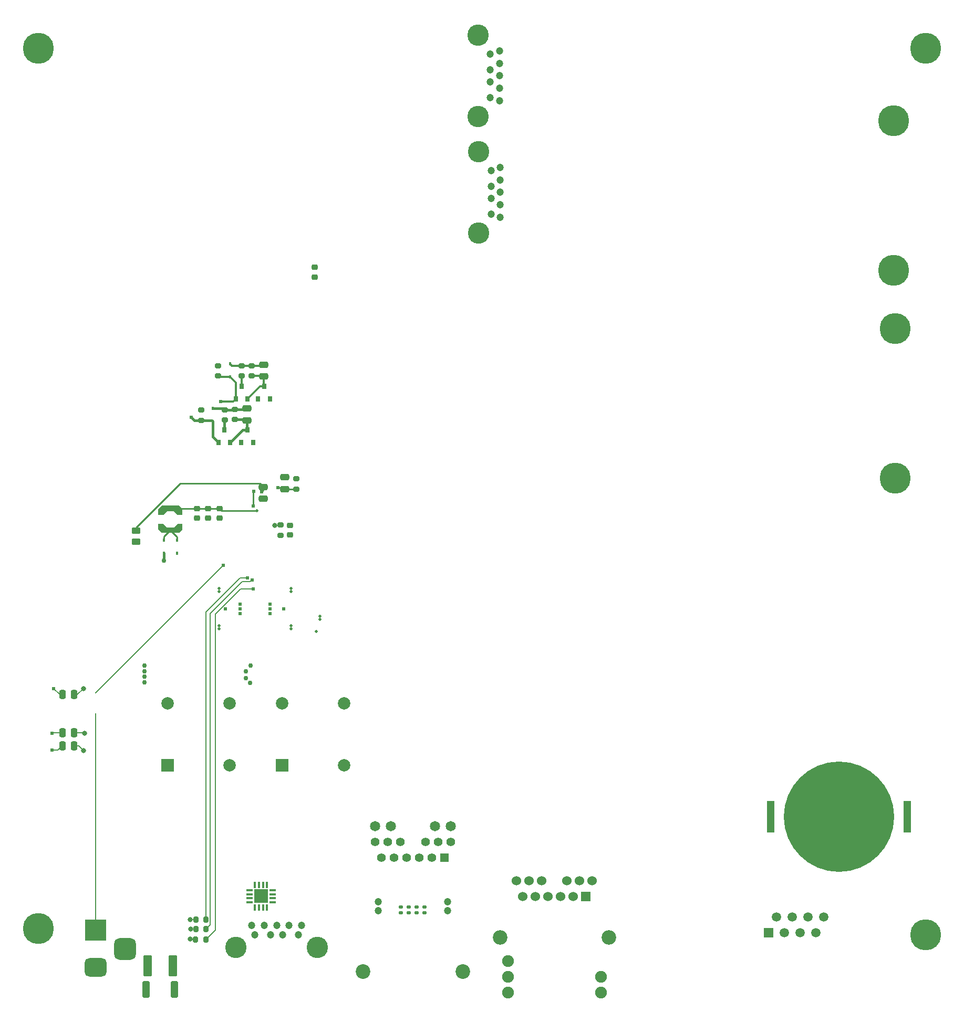
<source format=gbr>
%TF.GenerationSoftware,KiCad,Pcbnew,5.99.0-unknown-4b436fa57~104~ubuntu20.04.1*%
%TF.CreationDate,2020-10-20T16:16:34-05:00*%
%TF.ProjectId,AP2100,41503231-3030-42e6-9b69-6361645f7063,rev?*%
%TF.SameCoordinates,Original*%
%TF.FileFunction,Copper,L6,Bot*%
%TF.FilePolarity,Positive*%
%FSLAX46Y46*%
G04 Gerber Fmt 4.6, Leading zero omitted, Abs format (unit mm)*
G04 Created by KiCad (PCBNEW 5.99.0-unknown-4b436fa57~104~ubuntu20.04.1) date 2020-10-20 16:16:34*
%MOMM*%
%LPD*%
G01*
G04 APERTURE LIST*
G04 Aperture macros list*
%AMRoundRect*
0 Rectangle with rounded corners*
0 $1 Rounding radius*
0 $2 $3 $4 $5 $6 $7 $8 $9 X,Y pos of 4 corners*
0 Add a 4 corners polygon primitive as box body*
4,1,4,$2,$3,$4,$5,$6,$7,$8,$9,$2,$3,0*
0 Add four circle primitives for the rounded corners*
1,1,$1+$1,$2,$3,0*
1,1,$1+$1,$4,$5,0*
1,1,$1+$1,$6,$7,0*
1,1,$1+$1,$8,$9,0*
0 Add four rect primitives between the rounded corners*
20,1,$1+$1,$2,$3,$4,$5,0*
20,1,$1+$1,$4,$5,$6,$7,0*
20,1,$1+$1,$6,$7,$8,$9,0*
20,1,$1+$1,$8,$9,$2,$3,0*%
G04 Aperture macros list end*
%TA.AperFunction,ComponentPad*%
%ADD10C,1.200000*%
%TD*%
%TA.AperFunction,ComponentPad*%
%ADD11C,3.450000*%
%TD*%
%TA.AperFunction,ComponentPad*%
%ADD12C,2.900000*%
%TD*%
%TA.AperFunction,ConnectorPad*%
%ADD13C,5.000000*%
%TD*%
%TA.AperFunction,WasherPad*%
%ADD14C,5.000000*%
%TD*%
%TA.AperFunction,ComponentPad*%
%ADD15R,2.000000X2.000000*%
%TD*%
%TA.AperFunction,ComponentPad*%
%ADD16C,2.000000*%
%TD*%
%TA.AperFunction,ComponentPad*%
%ADD17R,1.530000X1.530000*%
%TD*%
%TA.AperFunction,ComponentPad*%
%ADD18C,1.530000*%
%TD*%
%TA.AperFunction,ComponentPad*%
%ADD19C,1.905000*%
%TD*%
%TA.AperFunction,ComponentPad*%
%ADD20C,2.355000*%
%TD*%
%TA.AperFunction,ComponentPad*%
%ADD21R,3.500000X3.500000*%
%TD*%
%TA.AperFunction,ComponentPad*%
%ADD22RoundRect,0.750000X1.000000X-0.750000X1.000000X0.750000X-1.000000X0.750000X-1.000000X-0.750000X0*%
%TD*%
%TA.AperFunction,ComponentPad*%
%ADD23RoundRect,0.875000X0.875000X-0.875000X0.875000X0.875000X-0.875000X0.875000X-0.875000X-0.875000X0*%
%TD*%
%TA.AperFunction,ComponentPad*%
%ADD24R,1.398000X1.398000*%
%TD*%
%TA.AperFunction,ComponentPad*%
%ADD25C,1.398000*%
%TD*%
%TA.AperFunction,ComponentPad*%
%ADD26C,1.650000*%
%TD*%
%TA.AperFunction,ComponentPad*%
%ADD27C,2.362500*%
%TD*%
%TA.AperFunction,ComponentPad*%
%ADD28R,1.500000X1.500000*%
%TD*%
%TA.AperFunction,ComponentPad*%
%ADD29C,1.500000*%
%TD*%
%TA.AperFunction,SMDPad,CuDef*%
%ADD30RoundRect,0.200000X-0.275000X0.200000X-0.275000X-0.200000X0.275000X-0.200000X0.275000X0.200000X0*%
%TD*%
%TA.AperFunction,SMDPad,CuDef*%
%ADD31RoundRect,0.140000X-0.170000X0.140000X-0.170000X-0.140000X0.170000X-0.140000X0.170000X0.140000X0*%
%TD*%
%TA.AperFunction,SMDPad,CuDef*%
%ADD32R,0.800000X0.900000*%
%TD*%
%TA.AperFunction,SMDPad,CuDef*%
%ADD33RoundRect,0.250000X-0.475000X0.250000X-0.475000X-0.250000X0.475000X-0.250000X0.475000X0.250000X0*%
%TD*%
%TA.AperFunction,SMDPad,CuDef*%
%ADD34RoundRect,0.249999X0.450001X1.450001X-0.450001X1.450001X-0.450001X-1.450001X0.450001X-1.450001X0*%
%TD*%
%TA.AperFunction,SMDPad,CuDef*%
%ADD35RoundRect,0.225000X-0.250000X0.225000X-0.250000X-0.225000X0.250000X-0.225000X0.250000X0.225000X0*%
%TD*%
%TA.AperFunction,SMDPad,CuDef*%
%ADD36RoundRect,0.200000X0.200000X0.275000X-0.200000X0.275000X-0.200000X-0.275000X0.200000X-0.275000X0*%
%TD*%
%TA.AperFunction,SMDPad,CuDef*%
%ADD37RoundRect,0.225000X0.250000X-0.225000X0.250000X0.225000X-0.250000X0.225000X-0.250000X-0.225000X0*%
%TD*%
%TA.AperFunction,SMDPad,CuDef*%
%ADD38R,0.450000X0.600000*%
%TD*%
%TA.AperFunction,SMDPad,CuDef*%
%ADD39RoundRect,0.250000X-0.250000X-0.475000X0.250000X-0.475000X0.250000X0.475000X-0.250000X0.475000X0*%
%TD*%
%TA.AperFunction,SMDPad,CuDef*%
%ADD40R,1.270000X5.080000*%
%TD*%
%TA.AperFunction,SMDPad,CuDef*%
%ADD41C,17.800000*%
%TD*%
%TA.AperFunction,SMDPad,CuDef*%
%ADD42RoundRect,0.250000X-0.450000X0.262500X-0.450000X-0.262500X0.450000X-0.262500X0.450000X0.262500X0*%
%TD*%
%TA.AperFunction,SMDPad,CuDef*%
%ADD43RoundRect,0.250000X-0.362500X-1.075000X0.362500X-1.075000X0.362500X1.075000X-0.362500X1.075000X0*%
%TD*%
%TA.AperFunction,SMDPad,CuDef*%
%ADD44RoundRect,0.250000X0.475000X-0.250000X0.475000X0.250000X-0.475000X0.250000X-0.475000X-0.250000X0*%
%TD*%
%TA.AperFunction,SMDPad,CuDef*%
%ADD45R,1.000000X0.350000*%
%TD*%
%TA.AperFunction,SMDPad,CuDef*%
%ADD46R,0.350000X1.000000*%
%TD*%
%TA.AperFunction,SMDPad,CuDef*%
%ADD47R,2.250000X2.250000*%
%TD*%
%TA.AperFunction,ViaPad*%
%ADD48C,0.482600*%
%TD*%
%TA.AperFunction,ViaPad*%
%ADD49C,0.609600*%
%TD*%
%TA.AperFunction,ViaPad*%
%ADD50C,0.762000*%
%TD*%
%TA.AperFunction,ViaPad*%
%ADD51C,0.800000*%
%TD*%
%TA.AperFunction,Conductor*%
%ADD52C,0.304800*%
%TD*%
%TA.AperFunction,Conductor*%
%ADD53C,0.254000*%
%TD*%
%TA.AperFunction,Conductor*%
%ADD54C,0.457200*%
%TD*%
%TA.AperFunction,Conductor*%
%ADD55C,0.203200*%
%TD*%
%TA.AperFunction,Conductor*%
%ADD56C,0.152400*%
%TD*%
G04 APERTURE END LIST*
D10*
%TO.P,J9,1,VBUS*%
%TO.N,Net-(FL3-Pad3)*%
X38379400Y-149021800D03*
%TO.P,J9,2,D-*%
%TO.N,/USB/USB2_DP*%
X40879400Y-149021800D03*
%TO.P,J9,3,D+*%
%TO.N,/USB/USB2_DM*%
X42879400Y-149021800D03*
%TO.P,J9,4,GND*%
%TO.N,GND*%
X45379400Y-149021800D03*
%TO.P,J9,5,SSRX-*%
%TO.N,/USB/USB2_RXDM*%
X45879400Y-147521800D03*
%TO.P,J9,6,SSRX+*%
%TO.N,/USB/USB2_RXDP*%
X43879400Y-147521800D03*
%TO.P,J9,7,GND*%
%TO.N,GND*%
X41879400Y-147521800D03*
%TO.P,J9,8,SSTX-*%
%TO.N,/USB/USB2_TXDM*%
X39879400Y-147521800D03*
%TO.P,J9,9,SSTX+*%
%TO.N,/USB/USB2_TXDP*%
X37879400Y-147521800D03*
D11*
%TO.P,J9,MH1,MH1*%
%TO.N,GND*%
X35309400Y-151021800D03*
%TO.P,J9,MH2,MH2*%
X48449400Y-151021800D03*
%TD*%
D12*
%TO.P,H3,1,1*%
%TO.N,GND*%
X3500000Y-148000000D03*
D13*
X3500000Y-148000000D03*
%TD*%
%TO.P,H1,1,1*%
%TO.N,GND*%
X3500000Y-6000000D03*
D12*
X3500000Y-6000000D03*
%TD*%
%TO.P,H4,1,1*%
%TO.N,GND*%
X146500000Y-149000000D03*
D13*
X146500000Y-149000000D03*
%TD*%
D14*
%TO.P,J6,*%
%TO.N,*%
X141598200Y-75396800D03*
X141598200Y-51196800D03*
%TD*%
D15*
%TO.P,T1,1,1*%
%TO.N,Net-(C79-Pad1)*%
X24281185Y-121689396D03*
D16*
%TO.P,T1,2,2*%
%TO.N,Net-(C78-Pad1)*%
X24281185Y-111689396D03*
%TO.P,T1,3,3*%
%TO.N,Net-(C79-Pad2)*%
X34281185Y-121689396D03*
%TO.P,T1,4,4*%
%TO.N,Net-(C78-Pad2)*%
X34281185Y-111689396D03*
%TD*%
D17*
%TO.P,J7,1,TRCT3*%
%TO.N,Net-(C385-Pad2)*%
X91744800Y-142875000D03*
D18*
%TO.P,J7,2,TRD3-*%
%TO.N,Net-(IC9-Pad8)*%
X89712800Y-142875000D03*
%TO.P,J7,3,TRD3+*%
%TO.N,Net-(IC9-Pad7)*%
X87680800Y-142875000D03*
%TO.P,J7,4,TRD2+*%
%TO.N,Net-(IC9-Pad5)*%
X85648800Y-142875000D03*
%TO.P,J7,5,TRD2-*%
%TO.N,Net-(IC9-Pad6)*%
X83616800Y-142875000D03*
%TO.P,J7,6,TRCT2*%
%TO.N,Net-(C384-Pad2)*%
X81584800Y-142875000D03*
%TO.P,J7,7,TRCT4*%
%TO.N,Net-(C386-Pad2)*%
X92760800Y-140335000D03*
%TO.P,J7,8,TRD4+*%
%TO.N,Net-(IC9-Pad10)*%
X90728800Y-140335000D03*
%TO.P,J7,9,TRD4-*%
%TO.N,Net-(IC9-Pad11)*%
X88696800Y-140335000D03*
%TO.P,J7,10,TRD1-*%
%TO.N,Net-(IC9-Pad3)*%
X84632800Y-140335000D03*
%TO.P,J7,11,TRD1+*%
%TO.N,Net-(IC9-Pad2)*%
X82600800Y-140335000D03*
%TO.P,J7,12,TRCT1*%
%TO.N,Net-(C383-Pad2)*%
X80568800Y-140335000D03*
D19*
%TO.P,J7,13*%
%TO.N,Net-(J7-Pad13)*%
X94183200Y-155829000D03*
%TO.P,J7,14*%
%TO.N,/3V3*%
X94183200Y-158369000D03*
%TO.P,J7,15*%
%TO.N,Net-(J7-Pad15)*%
X79146400Y-153289000D03*
%TO.P,J7,16*%
%TO.N,/3V3*%
X79146400Y-155829000D03*
%TO.P,J7,17*%
%TO.N,Net-(J7-Pad17)*%
X79146400Y-158369000D03*
D20*
%TO.P,J7,S1,SHIELD*%
%TO.N,GND*%
X95453200Y-149479000D03*
%TO.P,J7,S2,SHIELD*%
X77876400Y-149479000D03*
%TD*%
D15*
%TO.P,T2,1,1*%
%TO.N,Net-(C83-Pad1)*%
X42793413Y-121689396D03*
D16*
%TO.P,T2,2,2*%
%TO.N,Net-(C84-Pad1)*%
X42793413Y-111689396D03*
%TO.P,T2,3,3*%
%TO.N,Net-(C83-Pad2)*%
X52793413Y-121689396D03*
%TO.P,T2,4,4*%
%TO.N,Net-(C84-Pad2)*%
X52793413Y-111689396D03*
%TD*%
D21*
%TO.P,J2,1*%
%TO.N,Net-(D7-Pad2)*%
X12745093Y-148279275D03*
D22*
%TO.P,J2,2*%
%TO.N,GNDPWR*%
X12745093Y-154279275D03*
D23*
%TO.P,J2,3*%
%TO.N,N/C*%
X17445093Y-151279275D03*
%TD*%
D24*
%TO.P,J1,1,TRCT3*%
%TO.N,Net-(C86-Pad2)*%
X68910200Y-136550400D03*
D25*
%TO.P,J1,2,TRD3-*%
%TO.N,/POE_TD3_N*%
X66878200Y-136550400D03*
%TO.P,J1,3,TRD3+*%
%TO.N,/POE_TD3_P*%
X64846200Y-136550400D03*
%TO.P,J1,4,TRD2+*%
%TO.N,/POE_TD2_P*%
X62814200Y-136550400D03*
%TO.P,J1,5,TRD2-*%
%TO.N,/POE_TD2_N*%
X60782200Y-136550400D03*
%TO.P,J1,6,TRCT2*%
%TO.N,Net-(C82-Pad2)*%
X58750200Y-136550400D03*
%TO.P,J1,7,TRCT4*%
%TO.N,Net-(C88-Pad2)*%
X69926200Y-134010400D03*
%TO.P,J1,8,TRD4+*%
%TO.N,/POE_TD4_P*%
X67894200Y-134010400D03*
%TO.P,J1,9,TRD4-*%
%TO.N,/POE_TD4_N*%
X65862200Y-134010400D03*
%TO.P,J1,10,TRD1-*%
%TO.N,/POE_TD1_N*%
X61798200Y-134010400D03*
%TO.P,J1,11,TRD1+*%
%TO.N,/POE_TD1_P*%
X59766200Y-134010400D03*
%TO.P,J1,12,TRCT1*%
%TO.N,Net-(C81-Pad2)*%
X57734200Y-134010400D03*
D10*
%TO.P,J1,13,VC1*%
%TO.N,Net-(C79-Pad1)*%
X69418200Y-143660400D03*
%TO.P,J1,14,VC2*%
%TO.N,Net-(C79-Pad2)*%
X58242200Y-143660400D03*
%TO.P,J1,15,VC3*%
%TO.N,Net-(C83-Pad1)*%
X69418200Y-145150400D03*
%TO.P,J1,16,VC4*%
%TO.N,Net-(C83-Pad2)*%
X58242200Y-145150400D03*
D26*
%TO.P,J1,17,LEDY-*%
%TO.N,/ETH0_LED2-*%
X69926200Y-131470400D03*
%TO.P,J1,18,LEDY+*%
%TO.N,/3V3*%
X67386200Y-131470400D03*
%TO.P,J1,19,LEDG-_O+*%
X60274200Y-131470400D03*
%TO.P,J1,20,LEDG+_O-*%
%TO.N,/ETH0_LED1-*%
X57734200Y-131470400D03*
D27*
%TO.P,J1,21,SHIELD*%
%TO.N,Earth*%
X71895200Y-154965400D03*
%TO.P,J1,22,SHIELD*%
X55765200Y-154965400D03*
%TD*%
D12*
%TO.P,H2,1,1*%
%TO.N,GND*%
X146500000Y-6000000D03*
D13*
X146500000Y-6000000D03*
%TD*%
D28*
%TO.P,J4,1*%
%TO.N,Net-(J4-Pad1)*%
X121132600Y-148666200D03*
D29*
%TO.P,J4,2*%
%TO.N,Net-(J4-Pad2)*%
X122402600Y-146126200D03*
%TO.P,J4,3*%
%TO.N,Net-(J4-Pad3)*%
X123672600Y-148666200D03*
%TO.P,J4,4*%
%TO.N,GND*%
X124942600Y-146126200D03*
%TO.P,J4,5*%
X126212600Y-148666200D03*
%TO.P,J4,6*%
%TO.N,Net-(J4-Pad6)*%
X127482600Y-146126200D03*
%TO.P,J4,7*%
%TO.N,Net-(J4-Pad7)*%
X128752600Y-148666200D03*
%TO.P,J4,8*%
%TO.N,Net-(J4-Pad8)*%
X130022600Y-146126200D03*
%TD*%
D10*
%TO.P,J10,1,VBUS*%
%TO.N,Net-(FL5-Pad3)*%
X76327000Y-6959600D03*
%TO.P,J10,2,D-*%
%TO.N,/USB/USB3_DP*%
X76327000Y-9459600D03*
%TO.P,J10,3,D+*%
%TO.N,/USB/USB3_DM*%
X76327000Y-11459600D03*
%TO.P,J10,4,GND*%
%TO.N,GND*%
X76327000Y-13959600D03*
%TO.P,J10,5,SSRX-*%
%TO.N,/USB/USB3_RXDM*%
X77827000Y-14459600D03*
%TO.P,J10,6,SSRX+*%
%TO.N,/USB/USB3_RXDP*%
X77827000Y-12459600D03*
%TO.P,J10,7,GND*%
%TO.N,GND*%
X77827000Y-10459600D03*
%TO.P,J10,8,SSTX-*%
%TO.N,/USB/USB3_TXDM*%
X77827000Y-8459600D03*
%TO.P,J10,9,SSTX+*%
%TO.N,/USB/USB3_TXDP*%
X77827000Y-6459600D03*
D11*
%TO.P,J10,MH1,MH1*%
%TO.N,GND*%
X74327000Y-3889600D03*
%TO.P,J10,MH2,MH2*%
X74327000Y-17029600D03*
%TD*%
D14*
%TO.P,J5,*%
%TO.N,*%
X141293400Y-41868800D03*
X141293400Y-17668800D03*
%TD*%
D10*
%TO.P,J8,1,VBUS*%
%TO.N,Net-(FL1-Pad3)*%
X76428600Y-25755600D03*
%TO.P,J8,2,D-*%
%TO.N,/USB/USB1_DP*%
X76428600Y-28255600D03*
%TO.P,J8,3,D+*%
%TO.N,/USB/USB1_DM*%
X76428600Y-30255600D03*
%TO.P,J8,4,GND*%
%TO.N,GND*%
X76428600Y-32755600D03*
%TO.P,J8,5,SSRX-*%
%TO.N,/USB/USB1_RXDM*%
X77928600Y-33255600D03*
%TO.P,J8,6,SSRX+*%
%TO.N,/USB/USB1_RXDP*%
X77928600Y-31255600D03*
%TO.P,J8,7,GND*%
%TO.N,GND*%
X77928600Y-29255600D03*
%TO.P,J8,8,SSTX-*%
%TO.N,/USB/USB1_TXDM*%
X77928600Y-27255600D03*
%TO.P,J8,9,SSTX+*%
%TO.N,/USB/USB1_TXDP*%
X77928600Y-25255600D03*
D11*
%TO.P,J8,MH1,MH1*%
%TO.N,GND*%
X74428600Y-22685600D03*
%TO.P,J8,MH2,MH2*%
X74428600Y-35825600D03*
%TD*%
D30*
%TO.P,R40,1*%
%TO.N,GND*%
X32461200Y-57239400D03*
%TO.P,R40,2*%
%TO.N,Net-(D15-Pad2)*%
X32461200Y-58889400D03*
%TD*%
D31*
%TO.P,C82,1*%
%TO.N,Earth*%
X63152200Y-144515153D03*
%TO.P,C82,2*%
%TO.N,Net-(C82-Pad2)*%
X63152200Y-145475153D03*
%TD*%
D32*
%TO.P,D16,1,A*%
%TO.N,GND*%
X38095000Y-69596000D03*
%TO.P,D16,2,NC*%
%TO.N,Net-(D16-Pad2)*%
X36195000Y-69596000D03*
%TO.P,D16,3,K*%
%TO.N,Net-(C110-Pad2)*%
X37145000Y-67596000D03*
%TD*%
D33*
%TO.P,C110,1*%
%TO.N,Net-(C110-Pad1)*%
X37050999Y-64140001D03*
%TO.P,C110,2*%
%TO.N,Net-(C110-Pad2)*%
X37050999Y-66040001D03*
%TD*%
D30*
%TO.P,R31,1*%
%TO.N,Net-(C111-Pad1)*%
X37896800Y-57227200D03*
%TO.P,R31,2*%
%TO.N,Net-(C111-Pad2)*%
X37896800Y-58877200D03*
%TD*%
D34*
%TO.P,C103,1*%
%TO.N,Earth*%
X25182000Y-154051000D03*
%TO.P,C103,2*%
%TO.N,GNDPWR*%
X21082000Y-154051000D03*
%TD*%
D35*
%TO.P,C119,1*%
%TO.N,Net-(C106-Pad1)*%
X32690385Y-80275800D03*
%TO.P,C119,2*%
%TO.N,GNDPWR*%
X32690385Y-81825800D03*
%TD*%
D30*
%TO.P,R28,1*%
%TO.N,/PoE Power/VB*%
X45085000Y-75464400D03*
%TO.P,R28,2*%
%TO.N,/PoE Power/PGD*%
X45085000Y-77114400D03*
%TD*%
D36*
%TO.P,R23,1*%
%TO.N,Net-(IC2-Pad9)*%
X30492715Y-146554800D03*
%TO.P,R23,2*%
%TO.N,Net-(LED1-Pad1)*%
X28842715Y-146554800D03*
%TD*%
D31*
%TO.P,C88,1*%
%TO.N,Earth*%
X65735200Y-144514954D03*
%TO.P,C88,2*%
%TO.N,Net-(C88-Pad2)*%
X65735200Y-145474954D03*
%TD*%
D37*
%TO.P,C117,1*%
%TO.N,/12V*%
X48031400Y-42913600D03*
%TO.P,C117,2*%
%TO.N,GND*%
X48031400Y-41363600D03*
%TD*%
D38*
%TO.P,D11,1,K*%
%TO.N,Net-(D11-Pad1)*%
X23749585Y-85353800D03*
%TO.P,D11,2,A*%
%TO.N,Net-(D11-Pad2)*%
X23749585Y-87453800D03*
%TD*%
D31*
%TO.P,C81,1*%
%TO.N,Earth*%
X61933000Y-144514954D03*
%TO.P,C81,2*%
%TO.N,Net-(C81-Pad2)*%
X61933000Y-145474954D03*
%TD*%
D38*
%TO.P,D12,1,K*%
%TO.N,Net-(D11-Pad1)*%
X25857785Y-85353800D03*
%TO.P,D12,2,A*%
%TO.N,GNDPWR*%
X25857785Y-87453800D03*
%TD*%
D39*
%TO.P,C96,1*%
%TO.N,/PoE Power/VDC*%
X7334985Y-116411706D03*
%TO.P,C96,2*%
%TO.N,GNDPWR*%
X9234985Y-116411706D03*
%TD*%
D30*
%TO.P,R39,1*%
%TO.N,GND*%
X29718000Y-64390000D03*
%TO.P,R39,2*%
%TO.N,Net-(D14-Pad2)*%
X29718000Y-66040000D03*
%TD*%
D31*
%TO.P,C86,1*%
%TO.N,Earth*%
X64409465Y-144514954D03*
%TO.P,C86,2*%
%TO.N,Net-(C86-Pad2)*%
X64409465Y-145474954D03*
%TD*%
D39*
%TO.P,C98,1*%
%TO.N,/PoE Power/VDC*%
X7341185Y-110286800D03*
%TO.P,C98,2*%
%TO.N,GNDPWR*%
X9241185Y-110286800D03*
%TD*%
D40*
%TO.P,BT1,1,+*%
%TO.N,Net-(BT1-Pad1)*%
X143485000Y-130000000D03*
X121515000Y-130000000D03*
D41*
%TO.P,BT1,2,-*%
%TO.N,GND*%
X132500000Y-130000000D03*
%TD*%
D39*
%TO.P,C97,1*%
%TO.N,/PoE Power/VDC*%
X7334985Y-118516306D03*
%TO.P,C97,2*%
%TO.N,GNDPWR*%
X9234985Y-118516306D03*
%TD*%
%TA.AperFunction,SMDPad,CuDef*%
%TO.P,L9,1,1*%
%TO.N,Net-(C106-Pad1)*%
G36*
X25935584Y-81254200D02*
G01*
X25340584Y-80674200D01*
X24190585Y-80674199D01*
X23595585Y-81254199D01*
X22820585Y-81254199D01*
X22820585Y-80364199D01*
X23370585Y-79804200D01*
X26160585Y-79804201D01*
X26710585Y-80364200D01*
X26710584Y-81254200D01*
X25935584Y-81254200D01*
G37*
%TD.AperFunction*%
%TA.AperFunction,SMDPad,CuDef*%
%TO.P,L9,2,2*%
%TO.N,Net-(D11-Pad1)*%
G36*
X26160585Y-84204200D02*
G01*
X23370585Y-84204199D01*
X22820585Y-83644200D01*
X22820586Y-82754200D01*
X23595586Y-82754200D01*
X24190586Y-83334200D01*
X25340585Y-83334201D01*
X25935585Y-82754201D01*
X26710585Y-82754201D01*
X26710585Y-83644201D01*
X26160585Y-84204200D01*
G37*
%TD.AperFunction*%
%TD*%
D32*
%TO.P,D17,1,A*%
%TO.N,GND*%
X40795001Y-62588600D03*
%TO.P,D17,2,NC*%
%TO.N,Net-(D17-Pad2)*%
X38895001Y-62588600D03*
%TO.P,D17,3,K*%
%TO.N,Net-(C111-Pad2)*%
X39845001Y-60588600D03*
%TD*%
D35*
%TO.P,C106,1*%
%TO.N,Net-(C106-Pad1)*%
X29032785Y-80275800D03*
%TO.P,C106,2*%
%TO.N,GNDPWR*%
X29032785Y-81825800D03*
%TD*%
D32*
%TO.P,Q2,1,B*%
%TO.N,Net-(C110-Pad2)*%
X34417000Y-69596000D03*
%TO.P,Q2,2,E*%
%TO.N,Net-(D14-Pad2)*%
X32517000Y-69596000D03*
%TO.P,Q2,3,C*%
%TO.N,Net-(Q2-Pad3)*%
X33467000Y-67596000D03*
%TD*%
D30*
%TO.P,R32,1*%
%TO.N,Net-(C111-Pad1)*%
X36271200Y-57215000D03*
%TO.P,R32,2*%
%TO.N,Net-(Q3-Pad3)*%
X36271200Y-58865000D03*
%TD*%
%TO.P,R51,1*%
%TO.N,Net-(IC3-Pad15)*%
X42519600Y-82918800D03*
%TO.P,R51,2*%
%TO.N,Net-(C126-Pad2)*%
X42519600Y-84568800D03*
%TD*%
D42*
%TO.P,R24,1*%
%TO.N,Net-(C109-Pad1)*%
X19228385Y-83823800D03*
%TO.P,R24,2*%
%TO.N,Net-(C100-Pad1)*%
X19228385Y-85648800D03*
%TD*%
D33*
%TO.P,C109,1*%
%TO.N,Net-(C109-Pad1)*%
X39751000Y-76774000D03*
%TO.P,C109,2*%
%TO.N,GNDA*%
X39751000Y-78674000D03*
%TD*%
D43*
%TO.P,R21,1*%
%TO.N,GNDPWR*%
X20801500Y-157835600D03*
%TO.P,R21,2*%
%TO.N,Earth*%
X25426500Y-157835600D03*
%TD*%
D38*
%TO.P,D15,1,K*%
%TO.N,Net-(C111-Pad1)*%
X34366200Y-56951400D03*
%TO.P,D15,2,A*%
%TO.N,Net-(D15-Pad2)*%
X34366200Y-59051400D03*
%TD*%
D36*
%TO.P,R22,1*%
%TO.N,Net-(IC2-Pad8)*%
X30492715Y-148125200D03*
%TO.P,R22,2*%
%TO.N,Net-(LED2-Pad1)*%
X28842715Y-148125200D03*
%TD*%
D44*
%TO.P,C108,1*%
%TO.N,/PoE Power/PGD*%
X43180000Y-77110400D03*
%TO.P,C108,2*%
%TO.N,GNDPWR*%
X43180000Y-75210400D03*
%TD*%
D30*
%TO.P,R30,1*%
%TO.N,Net-(C110-Pad1)*%
X33549000Y-64336000D03*
%TO.P,R30,2*%
%TO.N,Net-(Q2-Pad3)*%
X33549000Y-65986000D03*
%TD*%
D35*
%TO.P,C107,1*%
%TO.N,Net-(C106-Pad1)*%
X30861585Y-80275800D03*
%TO.P,C107,2*%
%TO.N,GNDPWR*%
X30861585Y-81825800D03*
%TD*%
D45*
%TO.P,IC10,1,INA*%
%TO.N,/5V*%
X37520000Y-143773800D03*
%TO.P,IC10,2,VCC*%
X37520000Y-143123800D03*
%TO.P,IC10,3,INB*%
X37520000Y-142473800D03*
%TO.P,IC10,4,INC*%
X37520000Y-141823800D03*
D46*
%TO.P,IC10,5,SEL*%
X38395000Y-140948800D03*
%TO.P,IC10,6,SETI*%
%TO.N,Net-(IC10-Pad6)*%
X39045000Y-140948800D03*
%TO.P,IC10,7,~FLTB*%
%TO.N,Net-(IC10-Pad7)*%
X39695000Y-140948800D03*
%TO.P,IC10,8,~FLTC*%
%TO.N,Net-(IC10-Pad13)*%
X40345000Y-140948800D03*
D45*
%TO.P,IC10,9,OUTC*%
%TO.N,/USB/USB3_PWR*%
X41220000Y-141823800D03*
%TO.P,IC10,10,OUTB*%
%TO.N,/USB/USB2_PWR*%
X41220000Y-142473800D03*
%TO.P,IC10,11,GND*%
%TO.N,GND*%
X41220000Y-143123800D03*
%TO.P,IC10,12,OUTA*%
%TO.N,/USB/USB1_PWR*%
X41220000Y-143773800D03*
D46*
%TO.P,IC10,13,~FLTA*%
%TO.N,Net-(IC10-Pad13)*%
X40345000Y-144648800D03*
%TO.P,IC10,14,ONC*%
%TO.N,/USB/USB13_PWREN*%
X39695000Y-144648800D03*
%TO.P,IC10,15,ONB*%
%TO.N,/USB/USB2_PWREN*%
X39045000Y-144648800D03*
%TO.P,IC10,16,ONA*%
%TO.N,/USB/USB13_PWREN*%
X38395000Y-144648800D03*
D47*
%TO.P,IC10,17,EP_GND*%
%TO.N,GND*%
X39370000Y-142798800D03*
%TD*%
D38*
%TO.P,D14,1,K*%
%TO.N,Net-(C110-Pad1)*%
X31623000Y-64101000D03*
%TO.P,D14,2,A*%
%TO.N,Net-(D14-Pad2)*%
X31623000Y-66201000D03*
%TD*%
D30*
%TO.P,R29,1*%
%TO.N,Net-(C110-Pad1)*%
X35179000Y-64263000D03*
%TO.P,R29,2*%
%TO.N,Net-(C110-Pad2)*%
X35179000Y-65913000D03*
%TD*%
D36*
%TO.P,R20,1*%
%TO.N,Net-(IC2-Pad7)*%
X30455115Y-149783800D03*
%TO.P,R20,2*%
%TO.N,Net-(LED3-Pad1)*%
X28805115Y-149783800D03*
%TD*%
D35*
%TO.P,C126,1*%
%TO.N,GNDA*%
X44069000Y-82955800D03*
%TO.P,C126,2*%
%TO.N,Net-(C126-Pad2)*%
X44069000Y-84505800D03*
%TD*%
D33*
%TO.P,C111,1*%
%TO.N,Net-(C111-Pad1)*%
X39794200Y-57066600D03*
%TO.P,C111,2*%
%TO.N,Net-(C111-Pad2)*%
X39794200Y-58966600D03*
%TD*%
D32*
%TO.P,Q3,1,B*%
%TO.N,Net-(C111-Pad2)*%
X37203400Y-62588600D03*
%TO.P,Q3,2,E*%
%TO.N,Net-(D15-Pad2)*%
X35303400Y-62588600D03*
%TO.P,Q3,3,C*%
%TO.N,Net-(Q3-Pad3)*%
X36253400Y-60588600D03*
%TD*%
D48*
%TO.N,Net-(C106-Pad1)*%
X38710185Y-80594200D03*
D49*
%TO.N,Net-(C121-Pad2)*%
X38227000Y-77470000D03*
X38143368Y-79869572D03*
%TO.N,Net-(D7-Pad2)*%
X33274585Y-89428999D03*
D50*
%TO.N,Net-(D11-Pad2)*%
X23749585Y-88646000D03*
D49*
%TO.N,Net-(D14-Pad2)*%
X28092400Y-65532000D03*
D51*
%TO.N,Net-(LED1-Pad1)*%
X27985102Y-146558000D03*
%TO.N,Net-(LED2-Pad1)*%
X27992702Y-148125200D03*
%TO.N,Net-(LED3-Pad1)*%
X27985102Y-149707600D03*
D48*
%TO.N,GNDPWR*%
X48870185Y-97612200D03*
D51*
X10897185Y-116535200D03*
D48*
X48285985Y-100126800D03*
D51*
X10770185Y-119329200D03*
D48*
X44185796Y-93177967D03*
X44185796Y-99671901D03*
X48870185Y-98120200D03*
X32603396Y-99671901D03*
X32577996Y-93677501D03*
X32577996Y-93169501D03*
D51*
X10770185Y-109296200D03*
D48*
X44185796Y-99163901D03*
X32603396Y-99163901D03*
X44185796Y-93685967D03*
D50*
%TO.N,/PoE Power/VDC*%
X20549185Y-108280200D03*
X20549185Y-105613200D03*
X37567185Y-108407200D03*
X36932185Y-106502200D03*
D49*
X5690185Y-119202200D03*
D50*
X36932185Y-107645200D03*
X20549185Y-107391200D03*
D49*
X5944185Y-109296200D03*
X5690185Y-116535200D03*
D50*
X20549185Y-106502200D03*
X37694185Y-105613200D03*
D49*
%TO.N,/PoE Power/VOB*%
X40818627Y-95701901D03*
X40818627Y-96463901D03*
X40818627Y-97225901D03*
X43028427Y-96463901D03*
X35992627Y-95701901D03*
X35992627Y-97225901D03*
X35992627Y-96463901D03*
X33655827Y-96463901D03*
%TO.N,/PoE Power/PGD*%
X42062400Y-76911200D03*
%TO.N,Net-(D15-Pad2)*%
X32867600Y-62992000D03*
D51*
%TO.N,Net-(IC3-Pad15)*%
X41605200Y-83007200D03*
D49*
%TO.N,Net-(IC2-Pad7)*%
X38150800Y-93218000D03*
%TO.N,Net-(IC2-Pad8)*%
X37946062Y-91764442D03*
%TO.N,Net-(IC2-Pad9)*%
X37159469Y-91481296D03*
%TO.N,Net-(C109-Pad1)*%
X39497000Y-77597000D03*
%TD*%
D52*
%TO.N,Net-(C111-Pad2)*%
X39704800Y-58877200D02*
X39794200Y-58966600D01*
X37203400Y-62588600D02*
X39203400Y-60588600D01*
X39794200Y-58966600D02*
X39794200Y-60537799D01*
X37896800Y-58877200D02*
X39704800Y-58877200D01*
X39794200Y-60537799D02*
X39845001Y-60588600D01*
X39203400Y-60588600D02*
X39845001Y-60588600D01*
D53*
%TO.N,Net-(C106-Pad1)*%
X33008785Y-80594200D02*
X32690385Y-80275800D01*
X29032785Y-80275800D02*
X24802185Y-80275800D01*
X32690385Y-80275800D02*
X30861585Y-80275800D01*
X30861585Y-80275800D02*
X29032785Y-80275800D01*
X38710185Y-80594200D02*
X33008785Y-80594200D01*
X24802185Y-80275800D02*
X24765585Y-80239200D01*
D54*
%TO.N,Net-(C110-Pad1)*%
X35179000Y-64263000D02*
X36928000Y-64263000D01*
X33314000Y-64101000D02*
X33549000Y-64336000D01*
X35106000Y-64336000D02*
X35179000Y-64263000D01*
X33549000Y-64336000D02*
X35106000Y-64336000D01*
X36928000Y-64263000D02*
X37050999Y-64140001D01*
X31623000Y-64101000D02*
X33314000Y-64101000D01*
%TO.N,Net-(C110-Pad2)*%
X37145000Y-67596000D02*
X36417000Y-67596000D01*
X36417000Y-67596000D02*
X34417000Y-69596000D01*
X37050999Y-66040001D02*
X37050999Y-67501999D01*
X35179000Y-65913000D02*
X36923998Y-65913000D01*
X36923998Y-65913000D02*
X37050999Y-66040001D01*
X37050999Y-67501999D02*
X37145000Y-67596000D01*
D53*
%TO.N,Net-(C121-Pad2)*%
X38143368Y-77553632D02*
X38227000Y-77470000D01*
X38143368Y-79869572D02*
X38143368Y-77553632D01*
D52*
%TO.N,Net-(C111-Pad1)*%
X39609200Y-57251600D02*
X37921200Y-57251600D01*
X39794200Y-57066600D02*
X39609200Y-57251600D01*
X37896800Y-57227200D02*
X36283400Y-57227200D01*
X34629800Y-57215000D02*
X34366200Y-56951400D01*
X37921200Y-57251600D02*
X37896800Y-57227200D01*
X36283400Y-57227200D02*
X36271200Y-57215000D01*
X36271200Y-57215000D02*
X34629800Y-57215000D01*
D55*
%TO.N,Net-(D7-Pad2)*%
X12745093Y-148279275D02*
X12745093Y-113264307D01*
X12720278Y-109983306D02*
X33274585Y-89428999D01*
D53*
%TO.N,Net-(D11-Pad1)*%
X25857785Y-84861400D02*
X24765585Y-83769200D01*
X25857785Y-85353800D02*
X25857785Y-84861400D01*
X23749585Y-84785200D02*
X24765585Y-83769200D01*
X23749585Y-85353800D02*
X23749585Y-84785200D01*
D54*
%TO.N,Net-(D11-Pad2)*%
X23749585Y-88646000D02*
X23749585Y-87453800D01*
%TO.N,Net-(D14-Pad2)*%
X31623000Y-66201000D02*
X31623000Y-68702000D01*
X31462000Y-66040000D02*
X31623000Y-66201000D01*
X31623000Y-68702000D02*
X32517000Y-69596000D01*
X29718000Y-66040000D02*
X28600400Y-66040000D01*
X28600400Y-66040000D02*
X28092400Y-65532000D01*
X29718000Y-66040000D02*
X31462000Y-66040000D01*
D55*
%TO.N,Net-(LED1-Pad1)*%
X27988302Y-146554800D02*
X27985102Y-146558000D01*
X28842715Y-146554800D02*
X27988302Y-146554800D01*
%TO.N,Net-(LED2-Pad1)*%
X28842715Y-148125200D02*
X27992702Y-148125200D01*
%TO.N,Net-(LED3-Pad1)*%
X28061302Y-149783800D02*
X27985102Y-149707600D01*
D56*
X27992702Y-149700000D02*
X27985102Y-149707600D01*
D55*
X28805115Y-149783800D02*
X28061302Y-149783800D01*
%TO.N,GNDPWR*%
X9779585Y-110286800D02*
X10770185Y-109296200D01*
X10773691Y-116411706D02*
X10897185Y-116535200D01*
X9234985Y-118516306D02*
X9957291Y-118516306D01*
X9957291Y-118516306D02*
X10770185Y-119329200D01*
X9241185Y-110286800D02*
X9779585Y-110286800D01*
X9234985Y-116411706D02*
X10773691Y-116411706D01*
%TO.N,/PoE Power/VDC*%
X5813679Y-116411706D02*
X5690185Y-116535200D01*
X7334985Y-116411706D02*
X5813679Y-116411706D01*
X6649091Y-119202200D02*
X5690185Y-119202200D01*
X6934785Y-110286800D02*
X5944185Y-109296200D01*
X7341185Y-110286800D02*
X6934785Y-110286800D01*
X7334985Y-118516306D02*
X6649091Y-119202200D01*
D53*
%TO.N,/PoE Power/PGD*%
X42980800Y-76911200D02*
X43180000Y-77110400D01*
X42062400Y-76911200D02*
X42980800Y-76911200D01*
X45081000Y-77110400D02*
X45085000Y-77114400D01*
X43180000Y-77110400D02*
X45081000Y-77110400D01*
D52*
%TO.N,Net-(D15-Pad2)*%
X32623200Y-59051400D02*
X32461200Y-58889400D01*
X35303400Y-62588600D02*
X35303400Y-59988600D01*
X34366200Y-59051400D02*
X32623200Y-59051400D01*
X34900000Y-62992000D02*
X35303400Y-62588600D01*
X32867600Y-62992000D02*
X34900000Y-62992000D01*
X35303400Y-59988600D02*
X34366200Y-59051400D01*
%TO.N,Net-(Q3-Pad3)*%
X36253400Y-58882800D02*
X36271200Y-58865000D01*
X36253400Y-60588600D02*
X36253400Y-58882800D01*
D54*
%TO.N,Net-(Q2-Pad3)*%
X33467000Y-67596000D02*
X33467000Y-66068000D01*
X33467000Y-66068000D02*
X33549000Y-65986000D01*
D55*
%TO.N,Net-(IC2-Pad7)*%
X37439600Y-93218000D02*
X38150800Y-93218000D01*
X32004000Y-97257185D02*
X36043185Y-93218000D01*
X36043185Y-93218000D02*
X37439600Y-93218000D01*
X30455115Y-149783800D02*
X32004000Y-148234915D01*
X32004000Y-148234915D02*
X32004000Y-97257185D01*
%TO.N,Net-(IC2-Pad8)*%
X37622802Y-92087702D02*
X37946062Y-91764442D01*
X31194325Y-147423590D02*
X31194325Y-97203260D01*
X30492715Y-148125200D02*
X31194325Y-147423590D01*
X36309883Y-92087702D02*
X37622802Y-92087702D01*
X31194325Y-97203260D02*
X36309883Y-92087702D01*
%TO.N,Net-(IC2-Pad9)*%
X30492715Y-146554800D02*
X30492715Y-96964485D01*
X30492715Y-96964485D02*
X35975904Y-91481296D01*
X35975904Y-91481296D02*
X37159469Y-91481296D01*
D53*
%TO.N,Net-(C109-Pad1)*%
X39751000Y-76774000D02*
X39751000Y-77343000D01*
X39751000Y-77343000D02*
X39497000Y-77597000D01*
X19228385Y-83311301D02*
X26339686Y-76200000D01*
X39243000Y-76200000D02*
X39751000Y-76708000D01*
X19228385Y-83823800D02*
X19228385Y-83311301D01*
X26339686Y-76200000D02*
X39243000Y-76200000D01*
%TD*%
M02*

</source>
